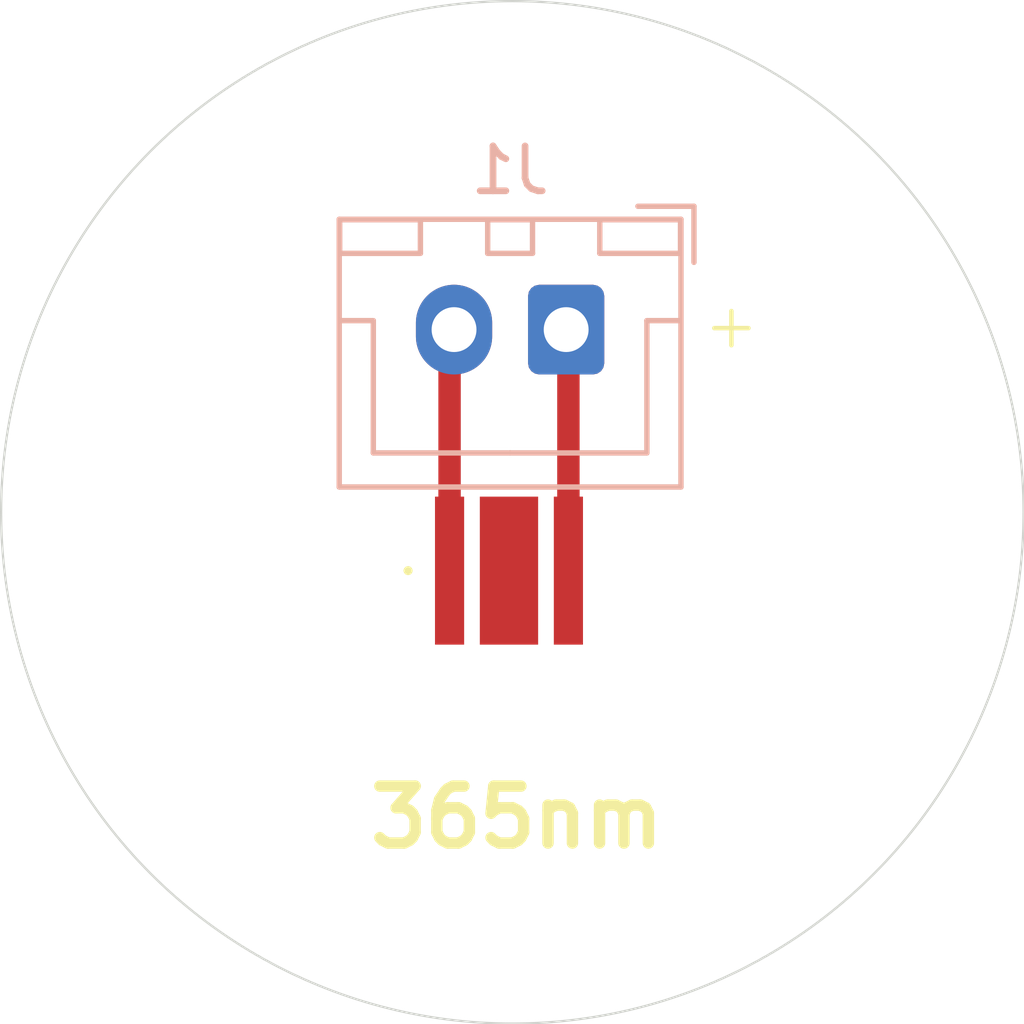
<source format=kicad_pcb>
(kicad_pcb (version 20240108) (generator "pcbnew") (generator_version "8.0")
  (layers (0 "F.Cu" signal) (31 "B.Cu" signal) (34 "B.Paste" user) (35 "F.Paste" user) (36 "B.SilkS" user "B.Silkscreen") (37 "F.SilkS" user "F.Silkscreen") (38 "B.Mask" user) (39 "F.Mask" user) (44 "Edge.Cuts" user))
  (net 0 "")
  (net 1 "Net-(IC1-A)")
  (net 3 "Net-(IC1-K)")
  (footprint "6_wave_stimulator:AUV3SQ320RT0K" (layer "F.Cu") (at 137.725 99.7)
    (property "Reference" "365nm" (at 0.175 5.5 0) (layer "F.SilkS") (effects (font (size 1.27 1.27) (thickness 0.254))))
    (property "Value" "AUV3-SQ32-0RT0K" (hide yes))
    (fp_line (start -2.3 0) (end -2.3 0) (stroke (width 0.1)) (layer "F.SilkS"))
    (fp_line (start -2.2 0) (end -2.2 0) (stroke (width 0.1)) (layer "F.SilkS"))
    (fp_arc (start -2.3 0) (mid -2.25 -0.05) (end -2.2 0) (stroke (width 0.1)) (layer "F.SilkS"))
    (fp_arc (start -2.2 0) (mid -2.25 0.05) (end -2.3 0) (stroke (width 0.1)) (layer "F.SilkS"))
    (pad "1" smd rect (at -1.325 0) (size 0.65 3.3) (layers "F.Cu" "F.Paste" "F.Mask") (net 3 "Net-(IC1-K)"))
    (pad "2" smd rect (at 1.325 0) (size 0.65 3.3) (layers "F.Cu" "F.Paste" "F.Mask") (net 1 "Net-(IC1-A)"))
    (pad "3" smd rect (at 0 0) (size 1.3 3.3) (layers "F.Cu" "F.Paste" "F.Mask"))
  )
  (footprint "Connector_JST:JST_XH_B2B-XH-A_1x02_P2.50mm_Vertical" (layer "B.Cu") (at 139 94.325 180)
    (property "Reference" "J1" (at 1.25 3.55 0) (layer "B.SilkS") (effects (justify mirror)))
    (property "Value" "Conn_01x02_Socket")
    (fp_line (start 5.06 2.46) (end 5.06 -3.51) (stroke (width 0.12)) (layer "B.SilkS"))
    (fp_line (start 5.06 -3.51) (end -2.56 -3.51) (stroke (width 0.12)) (layer "B.SilkS"))
    (fp_line (start 5.05 2.45) (end 5.05 1.7) (stroke (width 0.12)) (layer "B.SilkS"))
    (fp_line (start 5.05 1.7) (end 3.25 1.7) (stroke (width 0.12)) (layer "B.SilkS"))
    (fp_line (start 4.3 0.2) (end 5.05 0.2) (stroke (width 0.12)) (layer "B.SilkS"))
    (fp_line (start 4.3 -2.75) (end 4.3 0.2) (stroke (width 0.12)) (layer "B.SilkS"))
    (fp_line (start 3.25 2.45) (end 5.05 2.45) (stroke (width 0.12)) (layer "B.SilkS"))
    (fp_line (start 3.25 1.7) (end 3.25 2.45) (stroke (width 0.12)) (layer "B.SilkS"))
    (fp_line (start 1.75 2.45) (end 1.75 1.7) (stroke (width 0.12)) (layer "B.SilkS"))
    (fp_line (start 1.75 1.7) (end 0.75 1.7) (stroke (width 0.12)) (layer "B.SilkS"))
    (fp_line (start 1.25 -2.75) (end 4.3 -2.75) (stroke (width 0.12)) (layer "B.SilkS"))
    (fp_line (start 1.25 -2.75) (end -1.8 -2.75) (stroke (width 0.12)) (layer "B.SilkS"))
    (fp_line (start 0.75 2.45) (end 1.75 2.45) (stroke (width 0.12)) (layer "B.SilkS"))
    (fp_line (start 0.75 1.7) (end 0.75 2.45) (stroke (width 0.12)) (layer "B.SilkS"))
    (fp_line (start -0.75 2.45) (end -0.75 1.7) (stroke (width 0.12)) (layer "B.SilkS"))
    (fp_line (start -0.75 1.7) (end -2.55 1.7) (stroke (width 0.12)) (layer "B.SilkS"))
    (fp_line (start -1.8 0.2) (end -2.55 0.2) (stroke (width 0.12)) (layer "B.SilkS"))
    (fp_line (start -1.8 -2.75) (end -1.8 0.2) (stroke (width 0.12)) (layer "B.SilkS"))
    (fp_line (start -2.55 2.45) (end -0.75 2.45) (stroke (width 0.12)) (layer "B.SilkS"))
    (fp_line (start -2.55 1.7) (end -2.55 2.45) (stroke (width 0.12)) (layer "B.SilkS"))
    (fp_line (start -2.56 2.46) (end 5.06 2.46) (stroke (width 0.12)) (layer "B.SilkS"))
    (fp_line (start -2.56 -3.51) (end -2.56 2.46) (stroke (width 0.12)) (layer "B.SilkS"))
    (fp_line (start -2.85 2.75) (end -1.6 2.75) (stroke (width 0.12)) (layer "B.SilkS"))
    (fp_line (start -2.85 1.5) (end -2.85 2.75) (stroke (width 0.12)) (layer "B.SilkS"))
    (pad "1" thru_hole roundrect (at 0 0 180) (size 1.7 2) (drill 1) (layers "*.Cu" "*.Mask") (roundrect_rratio 0.147059) (net 1 "Net-(IC1-A)"))
    (pad "2" thru_hole oval (at 2.5 0 180) (size 1.7 2) (drill 1) (layers "*.Cu" "*.Mask") (net 3 "Net-(IC1-K)"))
  )
  (gr_circle (center 137.8 98.4) (end 149.2 98.4) (stroke (width 0.05)) (fill none) (layer "Edge.Cuts"))
  (gr_text "+" (at 142 94.8 0) (layer "F.SilkS") (effects (font (size 1 1) (thickness 0.1)) (justify left bottom)))
  (segment (start 139.05 99.7) (end 139.05 94.375) (width 0.5) (layer "F.Cu") (net 1))
  (segment (start 139.05 94.375) (end 139 94.325) (width 0.5) (layer "F.Cu") (net 1))
  (segment (start 136.4 99.7) (end 136.4 94.425) (width 0.5) (layer "F.Cu") (net 3))
  (segment (start 136.4 94.425) (end 136.5 94.325) (width 0.5) (layer "F.Cu") (net 3))
)
</source>
